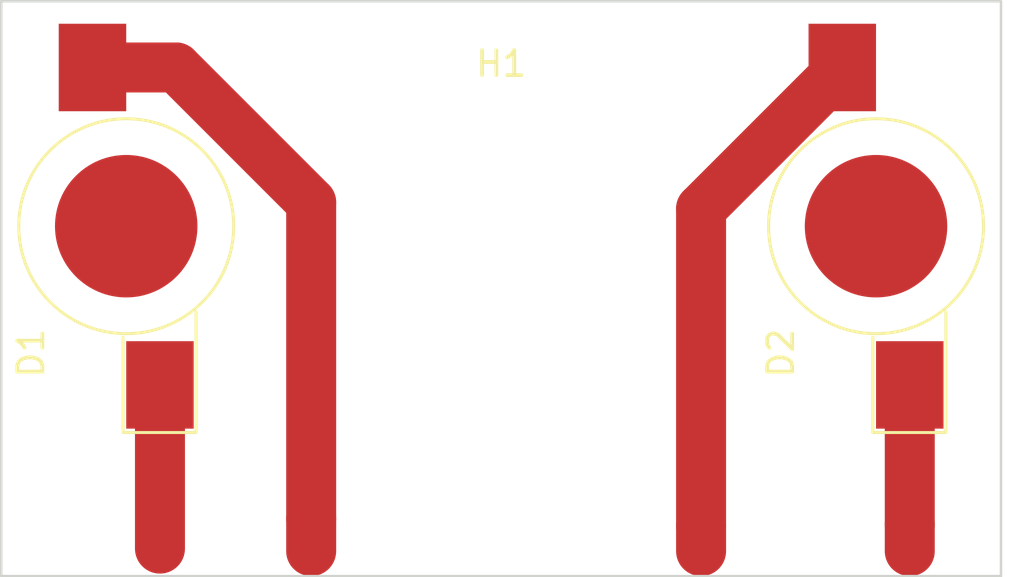
<source format=kicad_pcb>
(kicad_pcb (version 20221018) (generator pcbnew)
  (layers (0 "F.Cu" signal) (31 "B.Cu" signal) (34 "B.Paste" user) (35 "F.Paste" user) (36 "B.SilkS" user "B.Silkscreen") (37 "F.SilkS" user "F.Silkscreen") (38 "B.Mask" user) (39 "F.Mask" user) (44 "Edge.Cuts" user))
  (net 0 "")
  (net 1 "unconnected-(D1-K-Pad1)")
  (net 2 "unconnected-(D1-A-Pad2)")
  (net 3 "unconnected-(D2-K-Pad1)")
  (net 4 "unconnected-(D2-A-Pad2)")
  (footprint "LED_SMD:LED_1W_3W_R8" (layer "F.Cu") (at 95 49 90)
    (fp_text reference "D2" (at -5.08 -3.81 90) (layer "F.SilkS"))
    (fp_text value "GREEN")
    (fp_line (start -8.255 -0.127) (end -8.255 2.794) (stroke (width 0.12)) (layer "F.SilkS"))
    (fp_line (start -8.255 2.794) (end -3.429 2.794) (stroke (width 0.12)) (layer "F.SilkS"))
    (fp_line (start -4.445 -0.127) (end -8.255 -0.127) (stroke (width 0.12)) (layer "F.SilkS"))
    (fp_circle (center 0 0) (end -4.3 0) (stroke (width 0.12)) (fill none) (layer "F.SilkS"))
    (pad "1" smd rect (at -6.35 1.35 90) (size 3.5 2.7) (layers "F.Cu" "F.Paste" "F.Mask") (net 3 "unconnected-(D2-K-Pad1)"))
    (pad "2" smd rect (at 6.35 -1.35 90) (size 3.5 2.7) (layers "F.Cu" "F.Paste" "F.Mask") (net 4 "unconnected-(D2-A-Pad2)"))
    (pad "3" smd circle (at 0 0 90) (size 5.7 5.7) (layers "F.Cu" "F.Paste" "F.Mask"))
  )
  (footprint "LED_SMD:LED_1W_3W_R8" (layer "F.Cu") (at 65 49 90)
    (fp_text reference "D1" (at -5.08 -3.81 90) (layer "F.SilkS"))
    (fp_text value "RED")
    (fp_line (start -8.255 -0.127) (end -8.255 2.794) (stroke (width 0.12)) (layer "F.SilkS"))
    (fp_line (start -8.255 2.794) (end -3.429 2.794) (stroke (width 0.12)) (layer "F.SilkS"))
    (fp_line (start -4.445 -0.127) (end -8.255 -0.127) (stroke (width 0.12)) (layer "F.SilkS"))
    (fp_circle (center 0 0) (end -4.3 0) (stroke (width 0.12)) (fill none) (layer "F.SilkS"))
    (pad "1" smd rect (at -6.35 1.35 90) (size 3.5 2.7) (layers "F.Cu" "F.Paste" "F.Mask") (net 1 "unconnected-(D1-K-Pad1)"))
    (pad "2" smd rect (at 6.35 -1.35 90) (size 3.5 2.7) (layers "F.Cu" "F.Paste" "F.Mask") (net 2 "unconnected-(D1-A-Pad2)"))
    (pad "3" smd circle (at 0 0 90) (size 5.7 5.7) (layers "F.Cu" "F.Paste" "F.Mask"))
  )
  (footprint "MountingHole:MountingHole_6.4mm_M6_DIN965" (layer "F.Cu") (at 80 49)
    (fp_text reference "H1" (at 0 -6.5) (layer "F.SilkS"))
    (fp_text value "MountingHole")
    (pad "" np_thru_hole circle (at 0 0) (size 6.4 6.4) (drill 6.4) (layers "*.Cu" "*.Mask"))
  )
  (gr_rect (start 60 40) (end 100 63) (stroke (width 0.1)) (fill none) (layer "Edge.Cuts"))
  (segment (start 66.35 55.35) (end 66.35 61.9) (width 2) (layer "F.Cu") (net 1))
  (segment (start 72.4 48.05) (end 72.4 60.7) (width 2) (layer "F.Cu") (net 2))
  (segment (start 72.4 60.7) (end 72.4 62) (width 2) (layer "F.Cu") (net 2))
  (segment (start 63.65 42.65) (end 67 42.65) (width 2) (layer "F.Cu") (net 2))
  (segment (start 67 42.65) (end 72.4 48.05) (width 2) (layer "F.Cu") (net 2))
  (segment (start 96.35 55.35) (end 96.35 60.95) (width 2) (layer "F.Cu") (net 3))
  (segment (start 96.35 60.95) (end 96.35 62) (width 2) (layer "F.Cu") (net 3))
  (segment (start 88 61) (end 88 62) (width 2) (layer "F.Cu") (net 4))
  (segment (start 88 48.3) (end 88 61) (width 2) (layer "F.Cu") (net 4))
  (segment (start 93.65 42.65) (end 88 48.3) (width 2) (layer "F.Cu") (net 4))
)
</source>
